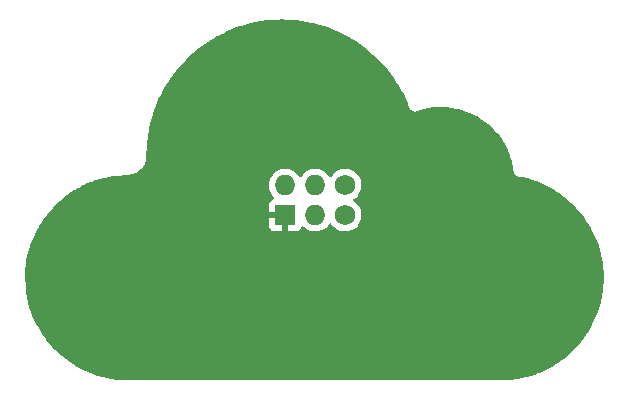
<source format=gbr>
%TF.GenerationSoftware,KiCad,Pcbnew,(6.0.4)*%
%TF.CreationDate,2022-04-09T23:43:22+02:00*%
%TF.ProjectId,cloud,636c6f75-642e-46b6-9963-61645f706362,rev?*%
%TF.SameCoordinates,Original*%
%TF.FileFunction,Copper,L1,Top*%
%TF.FilePolarity,Positive*%
%FSLAX46Y46*%
G04 Gerber Fmt 4.6, Leading zero omitted, Abs format (unit mm)*
G04 Created by KiCad (PCBNEW (6.0.4)) date 2022-04-09 23:43:22*
%MOMM*%
%LPD*%
G01*
G04 APERTURE LIST*
%TA.AperFunction,ComponentPad*%
%ADD10O,1.727200X1.727200*%
%TD*%
%TA.AperFunction,ComponentPad*%
%ADD11R,1.727200X1.727200*%
%TD*%
%TA.AperFunction,ComponentPad*%
%ADD12C,1.727200*%
%TD*%
G04 APERTURE END LIST*
D10*
%TO.P,X1,1,VCC*%
%TO.N,+3V3*%
X-2480000Y1250000D03*
D11*
%TO.P,X1,2,GND*%
%TO.N,GND*%
X-2480000Y-1290000D03*
D10*
%TO.P,X1,3,SDA*%
%TO.N,Net-(U1-Pad5)*%
X60000Y1250000D03*
%TO.P,X1,4,SCL*%
%TO.N,Net-(U1-Pad6)*%
X60000Y-1290000D03*
D12*
%TO.P,X1,5,GPIO1*%
%TO.N,Net-(R2-Pad1)*%
X2600000Y1250000D03*
%TO.P,X1,6,GPIO2*%
%TO.N,Net-(R1-Pad1)*%
X2600000Y-1290000D03*
%TD*%
%TA.AperFunction,Conductor*%
%TO.N,GND*%
G36*
X-2801989Y15276038D02*
G01*
X-2354915Y15265614D01*
X-2349396Y15265363D01*
X-2193002Y15254818D01*
X-1892174Y15234533D01*
X-1890510Y15234409D01*
X-1479067Y15201186D01*
X-1474182Y15200696D01*
X-1072983Y15152507D01*
X-1068167Y15151834D01*
X-669609Y15088277D01*
X-664885Y15087431D01*
X-269240Y15008784D01*
X-264616Y15007774D01*
X8646Y14942698D01*
X127845Y14914311D01*
X132356Y14913148D01*
X521060Y14805175D01*
X525468Y14803863D01*
X745423Y14733967D01*
X910113Y14681632D01*
X914448Y14680167D01*
X1294565Y14543989D01*
X1298807Y14542382D01*
X1673829Y14392591D01*
X1677977Y14390848D01*
X1875740Y14303545D01*
X2047746Y14227612D01*
X2051733Y14225767D01*
X2236734Y14136181D01*
X2415724Y14049505D01*
X2419664Y14047512D01*
X2772486Y13861047D01*
X2778171Y13857849D01*
X3477931Y13439883D01*
X3485228Y13435175D01*
X3820569Y13202015D01*
X4150165Y12972849D01*
X4157147Y12967628D01*
X4788562Y12460391D01*
X4795148Y12454715D01*
X4988587Y12276021D01*
X5389911Y11905286D01*
X5396147Y11899109D01*
X5954577Y11306035D01*
X5959014Y11301066D01*
X6216609Y10996755D01*
X6219435Y10993294D01*
X6467031Y10678829D01*
X6469421Y10675793D01*
X6472151Y10672194D01*
X6553740Y10560536D01*
X6710474Y10346037D01*
X6713090Y10342317D01*
X6800167Y10213631D01*
X6939320Y10007986D01*
X6941842Y10004108D01*
X7129371Y9703780D01*
X7155621Y9661740D01*
X7157998Y9657772D01*
X7359032Y9307850D01*
X7361316Y9303697D01*
X7548987Y8946576D01*
X7551125Y8942312D01*
X7725286Y8578048D01*
X7727285Y8573654D01*
X7887497Y8202684D01*
X7889346Y8198164D01*
X8035036Y7821330D01*
X8036654Y7816900D01*
X8056847Y7758231D01*
X8079702Y7725944D01*
X8086744Y7714800D01*
X8106089Y7680308D01*
X8112501Y7674026D01*
X8112505Y7674021D01*
X8117287Y7669336D01*
X8131950Y7652132D01*
X8141002Y7639344D01*
X8148034Y7633769D01*
X8148035Y7633768D01*
X8171985Y7614781D01*
X8181884Y7606051D01*
X8210134Y7578374D01*
X8223956Y7570990D01*
X8242864Y7558588D01*
X8248104Y7554434D01*
X8248107Y7554432D01*
X8255142Y7548855D01*
X8291782Y7533972D01*
X8303722Y7528376D01*
X8338607Y7509739D01*
X8353958Y7506528D01*
X8375575Y7499935D01*
X8390091Y7494039D01*
X8414868Y7491519D01*
X8429415Y7490039D01*
X8442457Y7488018D01*
X8468679Y7482535D01*
X8481180Y7479920D01*
X8490125Y7480622D01*
X8490128Y7480622D01*
X8494644Y7480977D01*
X8496811Y7481147D01*
X8519419Y7480886D01*
X8535001Y7479301D01*
X8573882Y7486502D01*
X8586961Y7488222D01*
X8626392Y7491316D01*
X8634786Y7494503D01*
X8634788Y7494503D01*
X8688494Y7514890D01*
X8691477Y7515980D01*
X8965835Y7612289D01*
X8972243Y7614348D01*
X9242792Y7693370D01*
X9249259Y7695074D01*
X9522779Y7759432D01*
X9529212Y7760769D01*
X9805478Y7810738D01*
X9811829Y7811720D01*
X9953575Y7829953D01*
X10090133Y7847518D01*
X10096415Y7848166D01*
X10376369Y7869922D01*
X10382530Y7870250D01*
X10663446Y7878263D01*
X10669612Y7878287D01*
X10943619Y7872666D01*
X10952524Y7872168D01*
X11178188Y7851505D01*
X11522157Y7820008D01*
X11533728Y7818404D01*
X12090208Y7714687D01*
X12101332Y7712086D01*
X12213952Y7680308D01*
X12647678Y7557921D01*
X12658377Y7554378D01*
X13189524Y7351720D01*
X13199849Y7347243D01*
X13710702Y7098045D01*
X13720609Y7092649D01*
X14206336Y6799196D01*
X14215861Y6792834D01*
X14671597Y6457468D01*
X14680699Y6450093D01*
X15107588Y6069933D01*
X15114077Y6063726D01*
X15224546Y5950211D01*
X15305055Y5867482D01*
X15309247Y5862957D01*
X15495064Y5652304D01*
X15499073Y5647527D01*
X15674153Y5428047D01*
X15677973Y5423002D01*
X15841680Y5195194D01*
X15845346Y5189804D01*
X15997101Y4953760D01*
X16000516Y4948131D01*
X16140034Y4703954D01*
X16143195Y4698064D01*
X16227962Y4529546D01*
X16269961Y4446050D01*
X16272843Y4439914D01*
X16392580Y4166107D01*
X16392847Y4165492D01*
X16438121Y4060442D01*
X16439206Y4057846D01*
X16480248Y3956444D01*
X16481175Y3954086D01*
X16520336Y3851444D01*
X16521247Y3848979D01*
X16558217Y3745661D01*
X16559065Y3743210D01*
X16594117Y3638506D01*
X16594848Y3636253D01*
X16615570Y3570259D01*
X16627992Y3530696D01*
X16628708Y3528336D01*
X16659875Y3421824D01*
X16660485Y3419670D01*
X16689843Y3312298D01*
X16690439Y3310036D01*
X16717818Y3202063D01*
X16718348Y3199890D01*
X16743960Y3090790D01*
X16744421Y3088750D01*
X16749616Y3064846D01*
X16759015Y3021596D01*
X16768215Y2979259D01*
X16768660Y2977122D01*
X16788342Y2878218D01*
X16790614Y2866803D01*
X16790962Y2864978D01*
X16811117Y2754636D01*
X16811329Y2753476D01*
X16811648Y2751651D01*
X16830313Y2640211D01*
X16830641Y2638149D01*
X16847516Y2526022D01*
X16847762Y2524308D01*
X16858216Y2447666D01*
X16862170Y2418676D01*
X16862668Y2414505D01*
X16869140Y2351385D01*
X16872523Y2343075D01*
X16872524Y2343072D01*
X16883564Y2315955D01*
X16888033Y2303002D01*
X16896067Y2274833D01*
X16896069Y2274828D01*
X16898531Y2266196D01*
X16907573Y2251848D01*
X16917671Y2232186D01*
X16924066Y2216480D01*
X16929649Y2209450D01*
X16929650Y2209448D01*
X16947857Y2186522D01*
X16955780Y2175349D01*
X16976186Y2142966D01*
X16982910Y2137021D01*
X16982912Y2137018D01*
X16988898Y2131725D01*
X17004100Y2115697D01*
X17014648Y2102415D01*
X17032148Y2090049D01*
X17045885Y2080342D01*
X17056634Y2071833D01*
X17078579Y2052429D01*
X17078584Y2052426D01*
X17085305Y2046483D01*
X17098006Y2040511D01*
X17100660Y2039263D01*
X17119758Y2028141D01*
X17133604Y2018357D01*
X17142090Y2015444D01*
X17142092Y2015443D01*
X17169784Y2005937D01*
X17182488Y2000787D01*
X17205894Y1989782D01*
X17217119Y1984504D01*
X17225985Y1983118D01*
X17225986Y1983118D01*
X17258485Y1978039D01*
X17284372Y1973993D01*
X17286959Y1973561D01*
X17630589Y1912374D01*
X17673636Y1904709D01*
X17679897Y1903429D01*
X18053829Y1816959D01*
X18059896Y1815393D01*
X18393215Y1720423D01*
X18428221Y1710449D01*
X18434142Y1708604D01*
X18796534Y1585772D01*
X18802296Y1583661D01*
X19158033Y1443420D01*
X19163585Y1441077D01*
X19512449Y1283800D01*
X19517717Y1281276D01*
X19859237Y1107730D01*
X19864371Y1104970D01*
X20197750Y915649D01*
X20202653Y912714D01*
X20527355Y708217D01*
X20532030Y705125D01*
X20727285Y569541D01*
X20847823Y485840D01*
X20852330Y482560D01*
X21158406Y249299D01*
X21162725Y245855D01*
X21458579Y-846D01*
X21462737Y-4470D01*
X21491480Y-30653D01*
X21747856Y-264195D01*
X21751738Y-267887D01*
X22025679Y-539774D01*
X22029429Y-543658D01*
X22132659Y-655354D01*
X22291408Y-827121D01*
X22295000Y-831180D01*
X22544535Y-1125635D01*
X22547949Y-1129843D01*
X22784668Y-1434849D01*
X22787881Y-1439178D01*
X23011148Y-1753767D01*
X23014210Y-1758284D01*
X23223486Y-2081999D01*
X23226357Y-2086660D01*
X23421159Y-2418794D01*
X23423841Y-2423604D01*
X23603752Y-2763570D01*
X23606261Y-2768578D01*
X23770664Y-3115733D01*
X23772958Y-3120870D01*
X23921454Y-3474433D01*
X23923565Y-3479801D01*
X24055530Y-3839267D01*
X24057398Y-3844740D01*
X24172609Y-4209497D01*
X24174262Y-4215193D01*
X24272079Y-4584578D01*
X24273475Y-4590408D01*
X24353573Y-4963860D01*
X24354711Y-4969872D01*
X24416583Y-5346747D01*
X24417438Y-5352907D01*
X24460654Y-5732528D01*
X24461213Y-5738854D01*
X24485285Y-6120771D01*
X24485526Y-6127210D01*
X24489819Y-6491927D01*
X24490043Y-6510977D01*
X24489952Y-6517470D01*
X24480018Y-6766233D01*
X24473936Y-6918535D01*
X24473927Y-6918755D01*
X24456834Y-7328789D01*
X24456384Y-7335392D01*
X24419504Y-7725766D01*
X24418721Y-7732259D01*
X24361774Y-8119253D01*
X24360675Y-8125591D01*
X24323695Y-8310714D01*
X24284510Y-8506879D01*
X24284155Y-8508654D01*
X24282770Y-8514787D01*
X24238442Y-8690509D01*
X24187267Y-8893374D01*
X24185600Y-8899354D01*
X24071548Y-9272827D01*
X24069632Y-9278599D01*
X23937608Y-9646373D01*
X23935449Y-9651965D01*
X23785894Y-10013499D01*
X23783515Y-10018890D01*
X23617012Y-10373479D01*
X23614436Y-10378652D01*
X23431587Y-10725730D01*
X23428783Y-10730770D01*
X23230024Y-11069491D01*
X23227060Y-11074293D01*
X23012964Y-11404345D01*
X23009813Y-11408974D01*
X22781035Y-11729506D01*
X22777709Y-11733955D01*
X22534827Y-12044351D01*
X22531319Y-12048636D01*
X22274929Y-12348178D01*
X22271250Y-12352291D01*
X22001945Y-12640371D01*
X21998082Y-12644326D01*
X21716299Y-12920411D01*
X21712304Y-12924158D01*
X21539296Y-13079485D01*
X21418895Y-13187581D01*
X21414684Y-13191198D01*
X21110227Y-13441223D01*
X21105838Y-13444667D01*
X20790929Y-13680733D01*
X20786359Y-13684002D01*
X20461554Y-13905575D01*
X20456798Y-13908665D01*
X20122742Y-14115155D01*
X20117787Y-14118064D01*
X20085630Y-14135969D01*
X19785787Y-14302920D01*
X19775255Y-14308784D01*
X19770102Y-14311498D01*
X19747989Y-14322502D01*
X19419579Y-14485923D01*
X19414233Y-14488429D01*
X19056430Y-14646019D01*
X19050866Y-14648313D01*
X18922174Y-14697800D01*
X18686941Y-14788256D01*
X18686137Y-14788565D01*
X18680388Y-14790617D01*
X18309727Y-14912873D01*
X18303774Y-14914675D01*
X17927387Y-15018460D01*
X17921253Y-15019987D01*
X17565971Y-15099016D01*
X17540013Y-15104790D01*
X17533657Y-15106033D01*
X17147769Y-15171270D01*
X17141301Y-15172192D01*
X16994404Y-15189252D01*
X16751526Y-15217457D01*
X16744917Y-15218049D01*
X16373105Y-15241385D01*
X16370387Y-15241468D01*
X16367789Y-15241261D01*
X16332211Y-15243943D01*
X16330697Y-15244047D01*
X16298206Y-15246086D01*
X16295975Y-15246550D01*
X16292277Y-15246923D01*
X16285749Y-15247362D01*
X16266204Y-15248676D01*
X16265308Y-15248733D01*
X16235487Y-15250503D01*
X16234973Y-15250532D01*
X16205113Y-15252137D01*
X16204551Y-15252165D01*
X16174744Y-15253597D01*
X16173991Y-15253631D01*
X16143616Y-15254908D01*
X16143271Y-15254922D01*
X16111895Y-15256155D01*
X16111482Y-15256170D01*
X16080354Y-15257291D01*
X16080000Y-15257303D01*
X16048182Y-15258356D01*
X16048139Y-15258344D01*
X16048139Y-15258357D01*
X16012997Y-15259507D01*
X15985518Y-15260399D01*
X15985025Y-15260396D01*
X15984516Y-15260335D01*
X15949543Y-15261544D01*
X15949121Y-15261543D01*
X15948620Y-15261484D01*
X15947185Y-15261537D01*
X15947174Y-15261537D01*
X15928319Y-15262234D01*
X15927706Y-15262255D01*
X15921220Y-15262463D01*
X15912395Y-15262746D01*
X15912395Y-15262742D01*
X15912369Y-15262743D01*
X15912094Y-15262753D01*
X15911907Y-15262760D01*
X15911907Y-15262761D01*
X15911844Y-15262763D01*
X15911720Y-15262767D01*
X15911712Y-15262767D01*
X15911617Y-15262770D01*
X15909707Y-15262832D01*
X15909703Y-15262833D01*
X15909694Y-15262833D01*
X15909692Y-15262756D01*
X15909596Y-15262756D01*
X15909600Y-15262851D01*
X15909599Y-15262851D01*
X15892946Y-15263501D01*
X15892491Y-15263518D01*
X15874750Y-15264131D01*
X15874687Y-15262313D01*
X15873995Y-15262463D01*
X15874065Y-15264055D01*
X15847518Y-15265215D01*
X15846676Y-15265249D01*
X15841697Y-15265433D01*
X15837351Y-15265594D01*
X15837281Y-15263700D01*
X15836795Y-15263613D01*
X15836885Y-15265678D01*
X15836861Y-15265682D01*
X15835758Y-15265730D01*
X15835305Y-15265748D01*
X15833362Y-15265824D01*
X15808802Y-15266781D01*
X15803720Y-15266877D01*
X13845328Y-15264156D01*
X13845199Y-15264151D01*
X13845042Y-15264126D01*
X13812390Y-15264105D01*
X13805831Y-15264101D01*
X13805735Y-15264101D01*
X13769294Y-15264050D01*
X13769136Y-15264072D01*
X13769006Y-15264077D01*
X12743113Y-15263415D01*
X11830070Y-15262826D01*
X11829951Y-15262821D01*
X11829814Y-15262800D01*
X11789666Y-15262800D01*
X11754415Y-15262777D01*
X11754015Y-15262777D01*
X11753882Y-15262796D01*
X11753771Y-15262800D01*
X9815165Y-15262800D01*
X9815082Y-15262797D01*
X9814987Y-15262782D01*
X9814699Y-15262782D01*
X9774698Y-15262800D01*
X9739087Y-15262800D01*
X9738995Y-15262813D01*
X9738920Y-15262816D01*
X8631272Y-15263311D01*
X7800536Y-15263682D01*
X7800480Y-15263680D01*
X7800410Y-15263669D01*
X7800198Y-15263669D01*
X7762787Y-15263699D01*
X7762743Y-15263699D01*
X7756655Y-15263702D01*
X7724460Y-15263716D01*
X7724384Y-15263727D01*
X7724317Y-15263729D01*
X6339869Y-15264829D01*
X5786090Y-15265269D01*
X5786063Y-15265268D01*
X5786034Y-15265263D01*
X5785944Y-15265263D01*
X5748493Y-15265298D01*
X5748477Y-15265298D01*
X5743088Y-15265302D01*
X5709983Y-15265329D01*
X5709950Y-15265334D01*
X5709921Y-15265335D01*
X3772035Y-15267163D01*
X3772034Y-15267163D01*
X1718679Y-15269100D01*
X1718660Y-15269100D01*
X-294070Y-15270699D01*
X-294101Y-15270699D01*
X-2308498Y-15271800D01*
X-2308554Y-15271800D01*
X-3255805Y-15271894D01*
X-4321525Y-15272000D01*
X-4566177Y-15271879D01*
X-6335107Y-15271000D01*
X-6335201Y-15271000D01*
X-8347711Y-15268500D01*
X-8347823Y-15268500D01*
X-10360577Y-15264200D01*
X-10360577Y-15264170D01*
X-10360713Y-15264200D01*
X-11324456Y-15261088D01*
X-12372000Y-15257705D01*
X-12372150Y-15257705D01*
X-14384564Y-15248808D01*
X-14384733Y-15248807D01*
X-14726282Y-15246838D01*
X-16358197Y-15237433D01*
X-16359304Y-15237387D01*
X-16360506Y-15237200D01*
X-16378659Y-15237200D01*
X-16387176Y-15236912D01*
X-16767106Y-15211171D01*
X-16773584Y-15210564D01*
X-17101422Y-15171270D01*
X-17155155Y-15164830D01*
X-17161481Y-15163908D01*
X-17539389Y-15099016D01*
X-17545555Y-15097798D01*
X-17919343Y-15014235D01*
X-17925331Y-15012741D01*
X-18294325Y-14911046D01*
X-18300153Y-14909287D01*
X-18663846Y-14789872D01*
X-18669481Y-14787873D01*
X-18687273Y-14781080D01*
X-19027476Y-14651196D01*
X-19032865Y-14648994D01*
X-19384444Y-14495718D01*
X-19389706Y-14493278D01*
X-19734285Y-14323756D01*
X-19739318Y-14321137D01*
X-20076383Y-14135959D01*
X-20081227Y-14133154D01*
X-20410161Y-13932784D01*
X-20414806Y-13929813D01*
X-20735006Y-13714903D01*
X-20739471Y-13711763D01*
X-21050214Y-13482879D01*
X-21054559Y-13479531D01*
X-21355422Y-13237029D01*
X-21359527Y-13233572D01*
X-21649848Y-12978263D01*
X-21653813Y-12974623D01*
X-21932986Y-12706942D01*
X-21936765Y-12703159D01*
X-22204125Y-12423862D01*
X-22207801Y-12419852D01*
X-22462825Y-12129310D01*
X-22466310Y-12125164D01*
X-22708476Y-11824102D01*
X-22711779Y-11819809D01*
X-22940439Y-11508845D01*
X-22943589Y-11504358D01*
X-23158188Y-11184026D01*
X-23161184Y-11179333D01*
X-23361209Y-10850182D01*
X-23364016Y-10845322D01*
X-23495422Y-10605651D01*
X-23548902Y-10508108D01*
X-23551526Y-10503053D01*
X-23720723Y-10158324D01*
X-23723151Y-10153076D01*
X-23876162Y-9801391D01*
X-23878378Y-9795955D01*
X-24014682Y-9437945D01*
X-24016676Y-9432310D01*
X-24049301Y-9332637D01*
X-24135776Y-9068449D01*
X-24137520Y-9062651D01*
X-24162643Y-8971191D01*
X-24220037Y-8762256D01*
X-24238925Y-8693496D01*
X-24240415Y-8687503D01*
X-24318873Y-8335095D01*
X-24323618Y-8313781D01*
X-24324831Y-8307609D01*
X-24358865Y-8108254D01*
X-24389366Y-7929586D01*
X-24390280Y-7923273D01*
X-24394206Y-7890240D01*
X-24435647Y-7541645D01*
X-24436248Y-7535174D01*
X-24463056Y-7134082D01*
X-24463070Y-7133865D01*
X-24489362Y-6730044D01*
X-24489618Y-6723451D01*
X-24494513Y-6336421D01*
X-24494428Y-6329927D01*
X-24486411Y-6123993D01*
X-24479413Y-5944250D01*
X-24479003Y-5937882D01*
X-24444521Y-5554149D01*
X-24443804Y-5547915D01*
X-24390285Y-5166554D01*
X-24389278Y-5160467D01*
X-24317162Y-4782222D01*
X-24315884Y-4776297D01*
X-24225611Y-4401753D01*
X-24224078Y-4395991D01*
X-24116077Y-4025757D01*
X-24114305Y-4020170D01*
X-24074856Y-3905135D01*
X-23989042Y-3654894D01*
X-23987049Y-3649490D01*
X-23844977Y-3289844D01*
X-23842766Y-3284598D01*
X-23684368Y-2931230D01*
X-23681952Y-2926148D01*
X-23507700Y-2579742D01*
X-23505091Y-2574827D01*
X-23336554Y-2273687D01*
X-23315439Y-2235960D01*
X-23312642Y-2231209D01*
X-23292263Y-2198269D01*
X-3851599Y-2198269D01*
X-3851229Y-2205090D01*
X-3845705Y-2255952D01*
X-3842079Y-2271204D01*
X-3796924Y-2391654D01*
X-3788386Y-2407249D01*
X-3711885Y-2509324D01*
X-3699324Y-2521885D01*
X-3597249Y-2598386D01*
X-3581654Y-2606924D01*
X-3461206Y-2652078D01*
X-3445951Y-2655705D01*
X-3395086Y-2661231D01*
X-3388272Y-2661600D01*
X-2752115Y-2661600D01*
X-2736876Y-2657125D01*
X-2735671Y-2655735D01*
X-2734000Y-2648052D01*
X-2734000Y-1562115D01*
X-2738475Y-1546876D01*
X-2739865Y-1545671D01*
X-2747548Y-1544000D01*
X-3833484Y-1544000D01*
X-3848723Y-1548475D01*
X-3849928Y-1549865D01*
X-3851599Y-1557548D01*
X-3851599Y-2198269D01*
X-23292263Y-2198269D01*
X-23166179Y-1994469D01*
X-23108132Y-1900644D01*
X-23105157Y-1896061D01*
X-22886309Y-1574457D01*
X-22883138Y-1570009D01*
X-22868735Y-1550705D01*
X-22650453Y-1258138D01*
X-22647147Y-1253901D01*
X-22401102Y-952219D01*
X-22397577Y-948084D01*
X-22138766Y-657392D01*
X-22135054Y-653399D01*
X-22126063Y-644141D01*
X-21864023Y-374292D01*
X-21860104Y-370429D01*
X-21577423Y-103715D01*
X-21573334Y-100024D01*
X-21279424Y153825D01*
X-21275142Y157362D01*
X-20970668Y397746D01*
X-20966139Y401159D01*
X-20771764Y540895D01*
X-20651597Y627282D01*
X-20646919Y630487D01*
X-20637450Y636666D01*
X-20322896Y841944D01*
X-20317954Y845009D01*
X-20202931Y912707D01*
X-19985028Y1040957D01*
X-19979896Y1043819D01*
X-19638468Y1223889D01*
X-19633108Y1226555D01*
X-19511166Y1283638D01*
X-3856391Y1283638D01*
X-3856094Y1278486D01*
X-3856094Y1278482D01*
X-3850382Y1179422D01*
X-3843403Y1058386D01*
X-3842266Y1053340D01*
X-3842265Y1053334D01*
X-3821016Y959048D01*
X-3793800Y838280D01*
X-3791858Y833498D01*
X-3791857Y833494D01*
X-3729187Y679158D01*
X-3708914Y629231D01*
X-3706215Y624827D01*
X-3594936Y443236D01*
X-3591025Y436853D01*
X-3587645Y432951D01*
X-3517634Y352129D01*
X-3445587Y268955D01*
X-3445586Y268954D01*
X-3443298Y266313D01*
X-3443843Y265841D01*
X-3411150Y207424D01*
X-3415475Y136560D01*
X-3457427Y79283D01*
X-3489754Y61376D01*
X-3581654Y26924D01*
X-3597249Y18386D01*
X-3699324Y-58115D01*
X-3711885Y-70676D01*
X-3788386Y-172751D01*
X-3796924Y-188346D01*
X-3842078Y-308794D01*
X-3845705Y-324049D01*
X-3851231Y-374914D01*
X-3851600Y-381728D01*
X-3851600Y-1017885D01*
X-3847125Y-1033124D01*
X-3845735Y-1034329D01*
X-3838052Y-1036000D01*
X-2352000Y-1036000D01*
X-2283879Y-1056002D01*
X-2237386Y-1109658D01*
X-2226000Y-1162000D01*
X-2226000Y-2643484D01*
X-2221525Y-2658723D01*
X-2220135Y-2659928D01*
X-2212452Y-2661599D01*
X-1571731Y-2661599D01*
X-1564910Y-2661229D01*
X-1514048Y-2655705D01*
X-1498796Y-2652079D01*
X-1378346Y-2606924D01*
X-1362751Y-2598386D01*
X-1260676Y-2521885D01*
X-1248115Y-2509324D01*
X-1171614Y-2407249D01*
X-1163076Y-2391654D01*
X-1128159Y-2298515D01*
X-1085517Y-2241750D01*
X-1018955Y-2217051D01*
X-949606Y-2232259D01*
X-914940Y-2260247D01*
X-903298Y-2273687D01*
X-729701Y-2417810D01*
X-725249Y-2420412D01*
X-725244Y-2420415D01*
X-635909Y-2472618D01*
X-534897Y-2531645D01*
X-324116Y-2612134D01*
X-319048Y-2613165D01*
X-319045Y-2613166D01*
X-210596Y-2635230D01*
X-103019Y-2657117D01*
X-97844Y-2657307D01*
X-97842Y-2657307D01*
X117292Y-2665196D01*
X117296Y-2665196D01*
X122456Y-2665385D01*
X127576Y-2664729D01*
X127578Y-2664729D01*
X198020Y-2655705D01*
X346253Y-2636716D01*
X351202Y-2635231D01*
X351208Y-2635230D01*
X557413Y-2573365D01*
X557412Y-2573365D01*
X562363Y-2571880D01*
X690056Y-2509324D01*
X760331Y-2474897D01*
X760336Y-2474894D01*
X764982Y-2472618D01*
X769192Y-2469615D01*
X769197Y-2469612D01*
X944455Y-2344601D01*
X944459Y-2344597D01*
X948667Y-2341596D01*
X1108487Y-2182333D01*
X1229370Y-2014107D01*
X1285364Y-1970459D01*
X1356068Y-1964013D01*
X1419032Y-1996816D01*
X1439125Y-2021799D01*
X1486275Y-2098743D01*
X1486283Y-2098753D01*
X1488975Y-2103147D01*
X1636702Y-2273687D01*
X1810299Y-2417810D01*
X1814751Y-2420412D01*
X1814756Y-2420415D01*
X1904091Y-2472618D01*
X2005103Y-2531645D01*
X2215884Y-2612134D01*
X2220952Y-2613165D01*
X2220955Y-2613166D01*
X2329404Y-2635230D01*
X2436981Y-2657117D01*
X2442156Y-2657307D01*
X2442158Y-2657307D01*
X2657292Y-2665196D01*
X2657296Y-2665196D01*
X2662456Y-2665385D01*
X2667576Y-2664729D01*
X2667578Y-2664729D01*
X2738020Y-2655705D01*
X2886253Y-2636716D01*
X2891202Y-2635231D01*
X2891208Y-2635230D01*
X3097413Y-2573365D01*
X3097412Y-2573365D01*
X3102363Y-2571880D01*
X3230056Y-2509324D01*
X3300331Y-2474897D01*
X3300336Y-2474894D01*
X3304982Y-2472618D01*
X3309192Y-2469615D01*
X3309197Y-2469612D01*
X3484455Y-2344601D01*
X3484459Y-2344597D01*
X3488667Y-2341596D01*
X3648487Y-2182333D01*
X3780150Y-1999105D01*
X3880118Y-1796835D01*
X3945708Y-1580952D01*
X3946383Y-1575826D01*
X3974721Y-1360578D01*
X3974722Y-1360572D01*
X3975158Y-1357256D01*
X3975240Y-1353903D01*
X3976720Y-1293364D01*
X3976720Y-1293360D01*
X3976802Y-1290000D01*
X3958315Y-1065132D01*
X3903349Y-846304D01*
X3813380Y-639391D01*
X3765282Y-565043D01*
X3693634Y-454291D01*
X3693632Y-454288D01*
X3690826Y-449951D01*
X3538977Y-283071D01*
X3534926Y-279872D01*
X3534922Y-279868D01*
X3365966Y-146434D01*
X3365962Y-146432D01*
X3361911Y-143232D01*
X3338535Y-130328D01*
X3288564Y-79896D01*
X3273792Y-10453D01*
X3298908Y55953D01*
X3326259Y82559D01*
X3484455Y195399D01*
X3484459Y195403D01*
X3488667Y198404D01*
X3648487Y357667D01*
X3780150Y540895D01*
X3880118Y743165D01*
X3945708Y959048D01*
X3946383Y964174D01*
X3974721Y1179422D01*
X3974722Y1179428D01*
X3975158Y1182744D01*
X3976229Y1226555D01*
X3976720Y1246636D01*
X3976720Y1246640D01*
X3976802Y1250000D01*
X3958315Y1474868D01*
X3903349Y1693696D01*
X3813380Y1900609D01*
X3765282Y1974957D01*
X3693634Y2085709D01*
X3693632Y2085712D01*
X3690826Y2090049D01*
X3538977Y2256929D01*
X3534926Y2260128D01*
X3534922Y2260132D01*
X3365966Y2393566D01*
X3365962Y2393568D01*
X3361911Y2396768D01*
X3344186Y2406553D01*
X3236287Y2466116D01*
X3164383Y2505809D01*
X2951698Y2581124D01*
X2901297Y2590102D01*
X2734657Y2619786D01*
X2734653Y2619786D01*
X2729569Y2620692D01*
X2657574Y2621571D01*
X2509129Y2623385D01*
X2509127Y2623385D01*
X2503959Y2623448D01*
X2280929Y2589320D01*
X2066468Y2519223D01*
X2061876Y2516833D01*
X2061877Y2516833D01*
X1873320Y2418676D01*
X1866335Y2415040D01*
X1862202Y2411937D01*
X1862199Y2411935D01*
X1690040Y2282675D01*
X1685905Y2279570D01*
X1682333Y2275832D01*
X1563498Y2151478D01*
X1530024Y2116450D01*
X1527112Y2112181D01*
X1527106Y2112173D01*
X1433503Y1974957D01*
X1378592Y1929954D01*
X1308067Y1921783D01*
X1244320Y1953037D01*
X1223623Y1977521D01*
X1220003Y1983118D01*
X1175953Y2051208D01*
X1153634Y2085709D01*
X1153632Y2085712D01*
X1150826Y2090049D01*
X998977Y2256929D01*
X994926Y2260128D01*
X994922Y2260132D01*
X825966Y2393566D01*
X825962Y2393568D01*
X821911Y2396768D01*
X804186Y2406553D01*
X696287Y2466116D01*
X624383Y2505809D01*
X411698Y2581124D01*
X361297Y2590102D01*
X194657Y2619786D01*
X194653Y2619786D01*
X189569Y2620692D01*
X117574Y2621571D01*
X-30871Y2623385D01*
X-30873Y2623385D01*
X-36041Y2623448D01*
X-259071Y2589320D01*
X-473532Y2519223D01*
X-478124Y2516833D01*
X-478123Y2516833D01*
X-666680Y2418676D01*
X-673665Y2415040D01*
X-677798Y2411937D01*
X-677801Y2411935D01*
X-849960Y2282675D01*
X-854095Y2279570D01*
X-857667Y2275832D01*
X-976502Y2151478D01*
X-1009976Y2116450D01*
X-1012888Y2112181D01*
X-1012894Y2112173D01*
X-1106497Y1974957D01*
X-1161408Y1929954D01*
X-1231933Y1921783D01*
X-1295680Y1953037D01*
X-1316377Y1977521D01*
X-1319997Y1983118D01*
X-1364047Y2051208D01*
X-1386366Y2085709D01*
X-1386368Y2085712D01*
X-1389174Y2090049D01*
X-1541023Y2256929D01*
X-1545074Y2260128D01*
X-1545078Y2260132D01*
X-1714034Y2393566D01*
X-1714038Y2393568D01*
X-1718089Y2396768D01*
X-1735814Y2406553D01*
X-1843713Y2466116D01*
X-1915617Y2505809D01*
X-2128302Y2581124D01*
X-2178703Y2590102D01*
X-2345343Y2619786D01*
X-2345347Y2619786D01*
X-2350431Y2620692D01*
X-2422426Y2621571D01*
X-2570871Y2623385D01*
X-2570873Y2623385D01*
X-2576041Y2623448D01*
X-2799071Y2589320D01*
X-3013532Y2519223D01*
X-3018124Y2516833D01*
X-3018123Y2516833D01*
X-3206680Y2418676D01*
X-3213665Y2415040D01*
X-3217798Y2411937D01*
X-3217801Y2411935D01*
X-3389960Y2282675D01*
X-3394095Y2279570D01*
X-3397667Y2275832D01*
X-3516502Y2151478D01*
X-3549976Y2116450D01*
X-3677122Y1930060D01*
X-3679296Y1925376D01*
X-3679298Y1925373D01*
X-3750598Y1771769D01*
X-3772119Y1725407D01*
X-3832415Y1507987D01*
X-3856391Y1283638D01*
X-19511166Y1283638D01*
X-19283776Y1390083D01*
X-19278215Y1392524D01*
X-18921585Y1538955D01*
X-18915775Y1541175D01*
X-18876476Y1555087D01*
X-18552244Y1669866D01*
X-18546321Y1671798D01*
X-18176256Y1782367D01*
X-18170071Y1784044D01*
X-17794225Y1875813D01*
X-17787847Y1877196D01*
X-17415599Y1947891D01*
X-17405621Y1949375D01*
X-17404880Y1949455D01*
X-17391530Y1950897D01*
X-17386826Y1952159D01*
X-17386824Y1952159D01*
X-17376060Y1955046D01*
X-17366942Y1957132D01*
X-17354252Y1959542D01*
X-17340058Y1964402D01*
X-17331898Y1966891D01*
X-17266229Y1984504D01*
X-17211738Y1999119D01*
X-17200460Y2001596D01*
X-17162393Y2008145D01*
X-17071901Y2023712D01*
X-17063688Y2024848D01*
X-16926053Y2039263D01*
X-16914137Y2040511D01*
X-16908604Y2040967D01*
X-16741386Y2051061D01*
X-16738330Y2051208D01*
X-16556299Y2057765D01*
X-16555625Y2057788D01*
X-16403348Y2062457D01*
X-16400701Y2062452D01*
X-16398199Y2062171D01*
X-16388930Y2062568D01*
X-16362453Y2063702D01*
X-16360922Y2063758D01*
X-16349857Y2064097D01*
X-16328301Y2064758D01*
X-16325821Y2065191D01*
X-16323135Y2065386D01*
X-16206412Y2070384D01*
X-16200238Y2070272D01*
X-16200237Y2070463D01*
X-16195379Y2070450D01*
X-16190523Y2070062D01*
X-16185665Y2070425D01*
X-16185659Y2070425D01*
X-16161093Y2072261D01*
X-16157111Y2072496D01*
X-16130681Y2073628D01*
X-16126283Y2074451D01*
X-16121825Y2074961D01*
X-16121813Y2074854D01*
X-16115677Y2075656D01*
X-15995414Y2084645D01*
X-15982426Y2084944D01*
X-15980564Y2084891D01*
X-15980562Y2084891D01*
X-15975689Y2084752D01*
X-15970857Y2085364D01*
X-15970854Y2085364D01*
X-15952540Y2087683D01*
X-15946105Y2088330D01*
X-15930439Y2089501D01*
X-15930438Y2089501D01*
X-15925958Y2089836D01*
X-15918595Y2091458D01*
X-15907328Y2093409D01*
X-15821468Y2104281D01*
X-15778186Y2109762D01*
X-15768105Y2110629D01*
X-15765842Y2110732D01*
X-15754025Y2111272D01*
X-15738260Y2114469D01*
X-15729052Y2115984D01*
X-15720602Y2117054D01*
X-15720600Y2117054D01*
X-15716165Y2117616D01*
X-15711852Y2118801D01*
X-15711844Y2118803D01*
X-15701773Y2121571D01*
X-15693428Y2123562D01*
X-15555767Y2151480D01*
X-15548848Y2152683D01*
X-15531785Y2155162D01*
X-15526960Y2155863D01*
X-15519026Y2158307D01*
X-15506988Y2161372D01*
X-15506309Y2161510D01*
X-15506306Y2161511D01*
X-15501906Y2162403D01*
X-15497681Y2163909D01*
X-15497676Y2163910D01*
X-15480199Y2170138D01*
X-15474988Y2171868D01*
X-15352959Y2209448D01*
X-15330172Y2216465D01*
X-15326671Y2217488D01*
X-15296647Y2225771D01*
X-15292213Y2227771D01*
X-15291830Y2227909D01*
X-15288555Y2229282D01*
X-15285024Y2230369D01*
X-15255325Y2244387D01*
X-15253444Y2245255D01*
X-15109464Y2310186D01*
X-15109085Y2310355D01*
X-15068477Y2328387D01*
X-15042057Y2345409D01*
X-15041655Y2345666D01*
X-14976444Y2387089D01*
X-14975471Y2388198D01*
X-14974340Y2389040D01*
X-14948658Y2405587D01*
X-14946617Y2406720D01*
X-14944312Y2407430D01*
X-14883251Y2447722D01*
X-14882229Y2448389D01*
X-14857503Y2464319D01*
X-14855940Y2465676D01*
X-14855314Y2466116D01*
X-14854970Y2466383D01*
X-14850898Y2469070D01*
X-14847291Y2472348D01*
X-14847284Y2472354D01*
X-14828317Y2489594D01*
X-14826138Y2491529D01*
X-14782126Y2529712D01*
X-14782121Y2529718D01*
X-14775342Y2535599D01*
X-14772680Y2539736D01*
X-14768946Y2543560D01*
X-14741308Y2568682D01*
X-14738228Y2571150D01*
X-14734816Y2572888D01*
X-14728284Y2579041D01*
X-14728281Y2579043D01*
X-14684253Y2620515D01*
X-14682612Y2622033D01*
X-14664766Y2638255D01*
X-14664763Y2638258D01*
X-14661445Y2641274D01*
X-14659267Y2643910D01*
X-14657083Y2646079D01*
X-14656892Y2646289D01*
X-14653348Y2649627D01*
X-14635722Y2672299D01*
X-14633359Y2675246D01*
X-14597863Y2718184D01*
X-14592139Y2725108D01*
X-14589652Y2730888D01*
X-14585471Y2736938D01*
X-14555879Y2775001D01*
X-14554537Y2776510D01*
X-14552850Y2777752D01*
X-14507856Y2836766D01*
X-14507184Y2837639D01*
X-14491968Y2857211D01*
X-14491966Y2857214D01*
X-14489234Y2860728D01*
X-14488364Y2862254D01*
X-14488227Y2862445D01*
X-14487942Y2862886D01*
X-14484993Y2866753D01*
X-14470264Y2893910D01*
X-14468939Y2896291D01*
X-14450877Y2927940D01*
X-14435321Y2955200D01*
X-14434251Y2959689D01*
X-14432165Y2964159D01*
X-14371960Y3075166D01*
X-14369832Y3078935D01*
X-14342414Y3125591D01*
X-14337867Y3133328D01*
X-14328445Y3170722D01*
X-14324420Y3183700D01*
X-14314140Y3211454D01*
X-14314140Y3211455D01*
X-14311022Y3219873D01*
X-14306278Y3287337D01*
X-14306052Y3290105D01*
X-14281612Y3553954D01*
X-14281589Y3554129D01*
X-14281541Y3554320D01*
X-14281489Y3554889D01*
X-14281487Y3554903D01*
X-14277897Y3594065D01*
X-14277886Y3594182D01*
X-14274653Y3629083D01*
X-14274653Y3629088D01*
X-14274600Y3629657D01*
X-14274610Y3629849D01*
X-14274601Y3630006D01*
X-14249246Y3906533D01*
X-14249226Y3906741D01*
X-14225038Y4165799D01*
X-14220120Y4218473D01*
X-14189575Y4529145D01*
X-14189482Y4530057D01*
X-14189027Y4534321D01*
X-14156621Y4838361D01*
X-14156472Y4839686D01*
X-14147519Y4915894D01*
X-14120498Y5145901D01*
X-14120282Y5147636D01*
X-14113009Y5202721D01*
X-14098593Y5311924D01*
X-14080182Y5451378D01*
X-14079883Y5453504D01*
X-14034927Y5754435D01*
X-14034525Y5756952D01*
X-14001643Y5950211D01*
X-13983847Y6054804D01*
X-13983322Y6057687D01*
X-13980942Y6069940D01*
X-13926131Y6352097D01*
X-13925451Y6355364D01*
X-13887355Y6526959D01*
X-13860932Y6645979D01*
X-13860069Y6649612D01*
X-13787423Y6936351D01*
X-13786345Y6940332D01*
X-13704875Y7222731D01*
X-13703544Y7227052D01*
X-13698533Y7242339D01*
X-13612385Y7505153D01*
X-13610797Y7509701D01*
X-13610782Y7509739D01*
X-13509377Y7783157D01*
X-13507428Y7788088D01*
X-13494399Y7819132D01*
X-13422847Y7989627D01*
X-13404447Y8033470D01*
X-13404054Y8034318D01*
X-13403527Y8035185D01*
X-13388933Y8070436D01*
X-13388697Y8071001D01*
X-13376273Y8100604D01*
X-13376267Y8100621D01*
X-13375188Y8103191D01*
X-13374932Y8104173D01*
X-13374605Y8105042D01*
X-13336963Y8195962D01*
X-13211695Y8498533D01*
X-13209491Y8503544D01*
X-13061228Y8821432D01*
X-13020496Y8908763D01*
X-13018117Y8913591D01*
X-12812250Y9309861D01*
X-12809703Y9314520D01*
X-12587386Y9701497D01*
X-12584672Y9706002D01*
X-12550118Y9760715D01*
X-12346451Y10083209D01*
X-12343585Y10087545D01*
X-12089887Y10454763D01*
X-12086926Y10458870D01*
X-12010461Y10560536D01*
X-11818636Y10815582D01*
X-11815502Y10819579D01*
X-11752587Y10896542D01*
X-11532814Y11165391D01*
X-11529596Y11169172D01*
X-11452013Y11256771D01*
X-11233287Y11503738D01*
X-11229941Y11507369D01*
X-10920583Y11830182D01*
X-10917132Y11833646D01*
X-10595221Y12144466D01*
X-10591652Y12147781D01*
X-10257771Y12446103D01*
X-10254113Y12449248D01*
X-9908893Y12734703D01*
X-9905136Y12737691D01*
X-9549127Y13009917D01*
X-9545266Y13012755D01*
X-9277218Y13202015D01*
X-9179127Y13271274D01*
X-9175196Y13273939D01*
X-8799490Y13518398D01*
X-8795443Y13520923D01*
X-8590491Y13643419D01*
X-8410688Y13750883D01*
X-8406561Y13753245D01*
X-8013500Y13968470D01*
X-8009238Y13970699D01*
X-7608461Y14170661D01*
X-7604104Y14172731D01*
X-7196166Y14357115D01*
X-7191733Y14359017D01*
X-6777248Y14527484D01*
X-6772681Y14529238D01*
X-6352374Y14681339D01*
X-6347698Y14682928D01*
X-5921984Y14818370D01*
X-5917201Y14819788D01*
X-5486772Y14938185D01*
X-5481886Y14939424D01*
X-5047400Y15040431D01*
X-5042403Y15041487D01*
X-4604331Y15124774D01*
X-4599227Y15125636D01*
X-4475948Y15143864D01*
X-4158188Y15190848D01*
X-4153015Y15191503D01*
X-3904864Y15217702D01*
X-3709612Y15238316D01*
X-3704313Y15238762D01*
X-3259170Y15266832D01*
X-3253777Y15267056D01*
X-3022561Y15271713D01*
X-2807422Y15276046D01*
X-2801989Y15276038D01*
G37*
%TD.AperFunction*%
%TD*%
M02*

</source>
